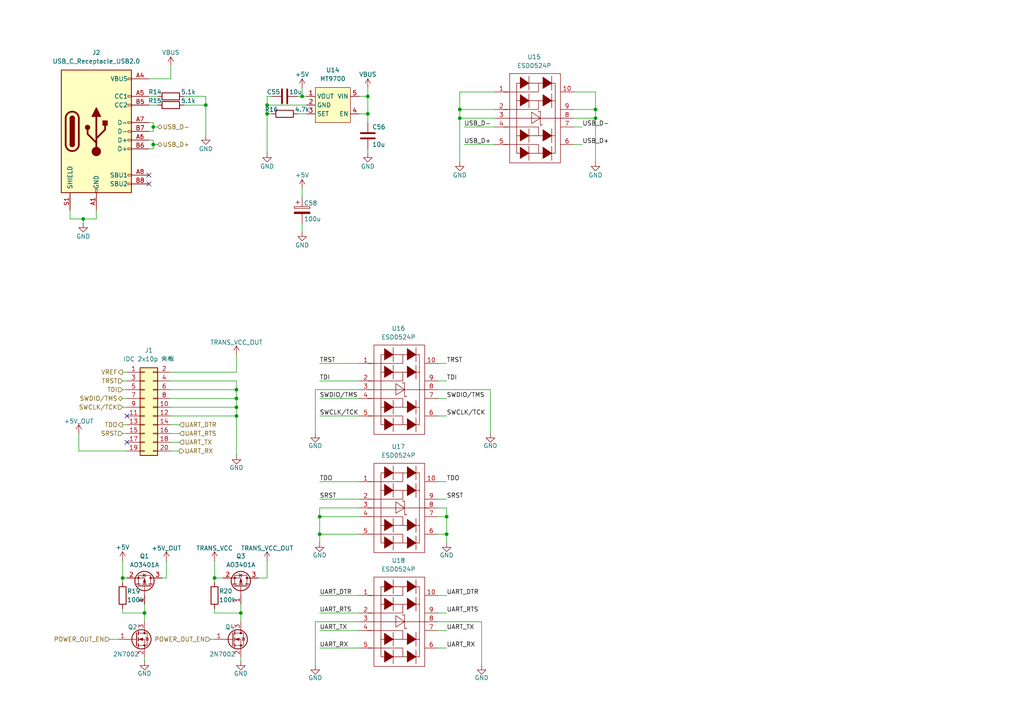
<source format=kicad_sch>
(kicad_sch (version 20231120) (generator "eeschema") (generator_version "8.0")
  (paper "A4")
  (lib_symbols
    (symbol "Connector:USB_C_Receptacle_USB2.0" (pin_names (offset 1.016))
      (property "Reference" "J" (at -10.16 19.05 0))
      (property "Value" "USB_C_Receptacle_USB2.0" (at 19.05 19.05 0))
      (symbol "USB_C_Receptacle_USB2.0_0_0"
        (rectangle (start -0.254 -17.78) (end 0.254 -16.764))
        (rectangle (start 10.16 -14.986) (end 9.144 -15.494))
        (rectangle (start 10.16 -12.446) (end 9.144 -12.954))
        (rectangle (start 10.16 -4.826) (end 9.144 -5.334))
        (rectangle (start 10.16 -2.286) (end 9.144 -2.794))
        (rectangle (start 10.16 0.254) (end 9.144 -0.254))
        (rectangle (start 10.16 2.794) (end 9.144 2.286))
        (rectangle (start 10.16 7.874) (end 9.144 7.366))
        (rectangle (start 10.16 10.414) (end 9.144 9.906))
        (rectangle (start 10.16 15.494) (end 9.144 14.986))
      )
      (symbol "USB_C_Receptacle_USB2.0_0_1"
        (rectangle (start -10.16 17.78) (end 10.16 -17.78) (stroke (width 0.254)) (fill (type background)))
        (arc (start -8.89 -3.81) (mid -6.985 -5.7067) (end -5.08 -3.81) (stroke (width 0.508)))
        (arc (start -7.62 -3.81) (mid -6.985 -4.4423) (end -6.35 -3.81) (stroke (width 0.254)))
        (arc (start -7.62 -3.81) (mid -6.985 -4.4423) (end -6.35 -3.81) (stroke (width 0.254)) (fill (type outline)))
        (rectangle (start -7.62 -3.81) (end -6.35 3.81) (stroke (width 0.254)) (fill (type outline)))
        (arc (start -6.35 3.81) (mid -6.985 4.4423) (end -7.62 3.81) (stroke (width 0.254)))
        (arc (start -6.35 3.81) (mid -6.985 4.4423) (end -7.62 3.81) (stroke (width 0.254)) (fill (type outline)))
        (arc (start -5.08 3.81) (mid -6.985 5.7067) (end -8.89 3.81) (stroke (width 0.508)))
        (circle (center -2.54 1.143) (radius 0.635) (stroke (width 0.254)) (fill (type outline)))
        (circle (center 0 -5.842) (radius 1.27) (fill (type outline)))
        (polyline (pts (xy -8.89 -3.81) (xy -8.89 3.81)) (stroke (width 0.508)))
        (polyline (pts (xy -5.08 3.81) (xy -5.08 -3.81)) (stroke (width 0.508)))
        (polyline (pts (xy 0 -5.842) (xy 0 4.318)) (stroke (width 0.508)))
        (polyline (pts (xy 0 -3.302) (xy -2.54 -0.762) (xy -2.54 0.508)) (stroke (width 0.508)))
        (polyline (pts (xy 0 -2.032) (xy 2.54 0.508) (xy 2.54 1.778)) (stroke (width 0.508)))
        (polyline (pts (xy -1.27 4.318) (xy 0 6.858) (xy 1.27 4.318) (xy -1.27 4.318)) (stroke (width 0.254)) (fill (type outline)))
        (rectangle (start 1.905 1.778) (end 3.175 3.048) (stroke (width 0.254)) (fill (type outline)))
      )
      (symbol "USB_C_Receptacle_USB2.0_1_1"
        (pin passive line (at 0 -22.86 90) (length 5.08) (name "GND") (number "A1"))
        (pin passive line (at 0 -22.86 90) (length 5.08) hide (name "GND") (number "A12"))
        (pin passive line (at 15.24 15.24 180) (length 5.08) (name "VBUS") (number "A4"))
        (pin bidirectional line (at 15.24 10.16 180) (length 5.08) (name "CC1") (number "A5"))
        (pin bidirectional line (at 15.24 -2.54 180) (length 5.08) (name "D+") (number "A6"))
        (pin bidirectional line (at 15.24 2.54 180) (length 5.08) (name "D-") (number "A7"))
        (pin bidirectional line (at 15.24 -12.7 180) (length 5.08) (name "SBU1") (number "A8"))
        (pin passive line (at 15.24 15.24 180) (length 5.08) hide (name "VBUS") (number "A9"))
        (pin passive line (at 0 -22.86 90) (length 5.08) hide (name "GND") (number "B1"))
        (pin passive line (at 0 -22.86 90) (length 5.08) hide (name "GND") (number "B12"))
        (pin passive line (at 15.24 15.24 180) (length 5.08) hide (name "VBUS") (number "B4"))
        (pin bidirectional line (at 15.24 7.62 180) (length 5.08) (name "CC2") (number "B5"))
        (pin bidirectional line (at 15.24 -5.08 180) (length 5.08) (name "D+") (number "B6"))
        (pin bidirectional line (at 15.24 0 180) (length 5.08) (name "D-") (number "B7"))
        (pin bidirectional line (at 15.24 -15.24 180) (length 5.08) (name "SBU2") (number "B8"))
        (pin passive line (at 15.24 15.24 180) (length 5.08) hide (name "VBUS") (number "B9"))
        (pin passive line (at -7.62 -22.86 90) (length 5.08) (name "SHIELD") (number "S1"))
      )
    )
    (symbol "Connector_Generic:Conn_02x10_Odd_Even" (pin_names (offset 1.016) hide)
      (property "Reference" "J" (at 1.27 12.7 0))
      (property "Value" "Conn_02x10_Odd_Even" (at 1.27 -15.24 0))
      (symbol "Conn_02x10_Odd_Even_1_1"
        (rectangle (start -1.27 -12.573) (end 0 -12.827) (stroke (width 0.1524)))
        (rectangle (start -1.27 -10.033) (end 0 -10.287) (stroke (width 0.1524)))
        (rectangle (start -1.27 -7.493) (end 0 -7.747) (stroke (width 0.1524)))
        (rectangle (start -1.27 -4.953) (end 0 -5.207) (stroke (width 0.1524)))
        (rectangle (start -1.27 -2.413) (end 0 -2.667) (stroke (width 0.1524)))
        (rectangle (start -1.27 0.127) (end 0 -0.127) (stroke (width 0.1524)))
        (rectangle (start -1.27 2.667) (end 0 2.413) (stroke (width 0.1524)))
        (rectangle (start -1.27 5.207) (end 0 4.953) (stroke (width 0.1524)))
        (rectangle (start -1.27 7.747) (end 0 7.493) (stroke (width 0.1524)))
        (rectangle (start -1.27 10.287) (end 0 10.033) (stroke (width 0.1524)))
        (rectangle (start -1.27 11.43) (end 3.81 -13.97) (stroke (width 0.254)) (fill (type background)))
        (rectangle (start 3.81 -12.573) (end 2.54 -12.827) (stroke (width 0.1524)))
        (rectangle (start 3.81 -10.033) (end 2.54 -10.287) (stroke (width 0.1524)))
        (rectangle (start 3.81 -7.493) (end 2.54 -7.747) (stroke (width 0.1524)))
        (rectangle (start 3.81 -4.953) (end 2.54 -5.207) (stroke (width 0.1524)))
        (rectangle (start 3.81 -2.413) (end 2.54 -2.667) (stroke (width 0.1524)))
        (rectangle (start 3.81 0.127) (end 2.54 -0.127) (stroke (width 0.1524)))
        (rectangle (start 3.81 2.667) (end 2.54 2.413) (stroke (width 0.1524)))
        (rectangle (start 3.81 5.207) (end 2.54 4.953) (stroke (width 0.1524)))
        (rectangle (start 3.81 7.747) (end 2.54 7.493) (stroke (width 0.1524)))
        (rectangle (start 3.81 10.287) (end 2.54 10.033) (stroke (width 0.1524)))
        (pin passive line (at -5.08 10.16 0) (length 3.81) (name "Pin_1") (number "1"))
        (pin passive line (at 7.62 0 180) (length 3.81) (name "Pin_10") (number "10"))
        (pin passive line (at -5.08 -2.54 0) (length 3.81) (name "Pin_11") (number "11"))
        (pin passive line (at 7.62 -2.54 180) (length 3.81) (name "Pin_12") (number "12"))
        (pin passive line (at -5.08 -5.08 0) (length 3.81) (name "Pin_13") (number "13"))
        (pin passive line (at 7.62 -5.08 180) (length 3.81) (name "Pin_14") (number "14"))
        (pin passive line (at -5.08 -7.62 0) (length 3.81) (name "Pin_15") (number "15"))
        (pin passive line (at 7.62 -7.62 180) (length 3.81) (name "Pin_16") (number "16"))
        (pin passive line (at -5.08 -10.16 0) (length 3.81) (name "Pin_17") (number "17"))
        (pin passive line (at 7.62 -10.16 180) (length 3.81) (name "Pin_18") (number "18"))
        (pin passive line (at -5.08 -12.7 0) (length 3.81) (name "Pin_19") (number "19"))
        (pin passive line (at 7.62 10.16 180) (length 3.81) (name "Pin_2") (number "2"))
        (pin passive line (at 7.62 -12.7 180) (length 3.81) (name "Pin_20") (number "20"))
        (pin passive line (at -5.08 7.62 0) (length 3.81) (name "Pin_3") (number "3"))
        (pin passive line (at 7.62 7.62 180) (length 3.81) (name "Pin_4") (number "4"))
        (pin passive line (at -5.08 5.08 0) (length 3.81) (name "Pin_5") (number "5"))
        (pin passive line (at 7.62 5.08 180) (length 3.81) (name "Pin_6") (number "6"))
        (pin passive line (at -5.08 2.54 0) (length 3.81) (name "Pin_7") (number "7"))
        (pin passive line (at 7.62 2.54 180) (length 3.81) (name "Pin_8") (number "8"))
        (pin passive line (at -5.08 0 0) (length 3.81) (name "Pin_9") (number "9"))
      )
    )
    (symbol "Device:C" (pin_numbers hide) (pin_names (offset 0.254))
      (property "Reference" "C" (at 0.635 2.54 0))
      (property "Value" "C" (at 0.635 -2.54 0))
      (symbol "C_0_1"
        (polyline (pts (xy -2.032 -0.762) (xy 2.032 -0.762)) (stroke (width 0.508)))
        (polyline (pts (xy -2.032 0.762) (xy 2.032 0.762)) (stroke (width 0.508)))
      )
      (symbol "C_1_1"
        (pin passive line (at 0 3.81 270) (length 2.794) (name "~") (number "1"))
        (pin passive line (at 0 -3.81 90) (length 2.794) (name "~") (number "2"))
      )
    )
    (symbol "Device:C_Polarized" (pin_numbers hide) (pin_names (offset 0.254))
      (property "Reference" "C" (at 0.635 2.54 0))
      (property "Value" "C_Polarized" (at 0.635 -2.54 0))
      (symbol "C_Polarized_0_1"
        (rectangle (start -2.286 0.508) (end 2.286 1.016))
        (polyline (pts (xy -1.778 2.286) (xy -0.762 2.286)))
        (polyline (pts (xy -1.27 2.794) (xy -1.27 1.778)))
        (rectangle (start 2.286 -0.508) (end -2.286 -1.016) (fill (type outline)))
      )
      (symbol "C_Polarized_1_1"
        (pin passive line (at 0 3.81 270) (length 2.794) (name "~") (number "1"))
        (pin passive line (at 0 -3.81 90) (length 2.794) (name "~") (number "2"))
      )
    )
    (symbol "Device:R" (pin_numbers hide) (pin_names (offset 0))
      (property "Reference" "R" (at 2.032 0 90))
      (property "Value" "R" (at 0 0 90))
      (symbol "R_0_1"
        (rectangle (start -1.016 -2.54) (end 1.016 2.54) (stroke (width 0.254)))
      )
      (symbol "R_1_1"
        (pin passive line (at 0 3.81 270) (length 1.27) (name "~") (number "1"))
        (pin passive line (at 0 -3.81 90) (length 1.27) (name "~") (number "2"))
      )
    )
    (symbol "ESD-TVS:ESD0524P" (pin_names (offset 1.016) hide)
      (property "Reference" "U" (at 0 15.494 0))
      (property "Value" "ESD0524P" (at 0 20.574 0))
      (symbol "ESD0524P_1_1"
        (rectangle (start -8.382 12.954) (end 6.35 -12.954) (stroke (width 0.1524)))
        (polyline (pts (xy -10.16 0) (xy 7.62 0)) (stroke (width 0.1524)))
        (polyline (pts (xy -6.35 -5.08) (xy 4.826 -5.08)) (stroke (width 0.1524)))
        (polyline (pts (xy -6.35 5.08) (xy 4.826 5.08)) (stroke (width 0.1524)))
        (polyline (pts (xy -2.794 -8.128) (xy -2.794 -12.192)) (stroke (width 0.1524)))
        (polyline (pts (xy -2.794 -3.048) (xy -2.794 -7.112)) (stroke (width 0.1524)))
        (polyline (pts (xy -2.794 7.112) (xy -2.794 3.048)) (stroke (width 0.1524)))
        (polyline (pts (xy -2.794 12.192) (xy -2.794 8.128)) (stroke (width 0.1524)))
        (polyline (pts (xy 3.81 -8.128) (xy 3.81 -12.192)) (stroke (width 0.1524)))
        (polyline (pts (xy 3.81 -3.048) (xy 3.81 -7.112)) (stroke (width 0.1524)))
        (polyline (pts (xy 3.81 7.112) (xy 3.81 3.048)) (stroke (width 0.1524)))
        (polyline (pts (xy 3.81 12.192) (xy 3.81 8.128)) (stroke (width 0.1524)))
        (polyline (pts (xy 0 -10.16) (xy 0 -7.62) (xy -10.16 -7.62)) (stroke (width 0.1524)))
        (polyline (pts (xy 0 -5.08) (xy 0 -2.54) (xy -10.16 -2.54)) (stroke (width 0.1524)))
        (polyline (pts (xy 0 5.08) (xy 0 2.54) (xy -10.16 2.54)) (stroke (width 0.1524)))
        (polyline (pts (xy 0 10.16) (xy 0 7.62) (xy -10.16 7.62)) (stroke (width 0.1524)))
        (polyline (pts (xy -5.334 -11.684) (xy -2.794 -10.16) (xy -5.334 -8.382) (xy -5.334 -11.684)) (stroke (width 0.1524)) (fill (type outline)))
        (polyline (pts (xy -5.334 -6.604) (xy -2.794 -5.08) (xy -5.334 -3.302) (xy -5.334 -6.604)) (stroke (width 0.1524)) (fill (type outline)))
        (polyline (pts (xy -5.334 3.556) (xy -2.794 5.08) (xy -5.334 6.858) (xy -5.334 3.556)) (stroke (width 0.1524)) (fill (type outline)))
        (polyline (pts (xy -5.334 8.636) (xy -2.794 10.16) (xy -5.334 11.938) (xy -5.334 8.636)) (stroke (width 0.1524)) (fill (type outline)))
        (polyline (pts (xy -5.334 10.16) (xy -6.35 10.16) (xy -6.35 -10.16) (xy -5.334 -10.16)) (stroke (width 0.1524)))
        (polyline (pts (xy -3.048 10.16) (xy 4.826 10.16) (xy 4.826 -10.16) (xy -2.794 -10.16)) (stroke (width 0.1524)))
        (polyline (pts (xy -2.032 -1.524) (xy 0.508 0) (xy -2.032 1.778) (xy -2.032 -1.524)) (stroke (width 0.1524)))
        (polyline (pts (xy 1.27 -11.684) (xy 3.81 -10.16) (xy 1.27 -8.382) (xy 1.27 -11.684)) (stroke (width 0.1524)) (fill (type outline)))
        (polyline (pts (xy 1.27 -6.604) (xy 3.81 -5.08) (xy 1.27 -3.302) (xy 1.27 -6.604)) (stroke (width 0.1524)) (fill (type outline)))
        (polyline (pts (xy 1.27 3.556) (xy 3.81 5.08) (xy 1.27 6.858) (xy 1.27 3.556)) (stroke (width 0.1524)) (fill (type outline)))
        (polyline (pts (xy 1.27 8.636) (xy 3.81 10.16) (xy 1.27 11.938) (xy 1.27 8.636)) (stroke (width 0.1524)) (fill (type outline)))
        (polyline (pts (xy 1.016 -1.778) (xy 1.016 -2.032) (xy 0.508 -2.032) (xy 0.508 2.032) (xy 0 2.032) (xy 0 1.778)) (stroke (width 0.1524)))
        (pin passive line (at -12.7 7.62 0) (length 3.81) (name "1") (number "1"))
        (pin passive line (at 10.16 7.62 180) (length 3.81) (name "10") (number "10"))
        (pin passive line (at -12.7 2.54 0) (length 3.81) (name "2") (number "2"))
        (pin passive line (at -12.7 0 0) (length 3.81) (name "3") (number "3"))
        (pin passive line (at -12.7 -2.54 0) (length 3.81) (name "4") (number "4"))
        (pin passive line (at -12.7 -7.62 0) (length 3.81) (name "5") (number "5"))
        (pin passive line (at 10.16 -7.62 180) (length 3.81) (name "6") (number "6"))
        (pin passive line (at 10.16 -2.54 180) (length 3.81) (name "7") (number "7"))
        (pin passive line (at 10.16 0 180) (length 3.81) (name "8") (number "8"))
        (pin passive line (at 10.16 2.54 180) (length 3.81) (name "9") (number "9"))
      )
    )
    (symbol "Load Switch:MT9700"
      (property "Reference" "U" (at 2.54 8.89 0))
      (property "Value" "MT9700" (at 0 0 0))
      (symbol "MT9700_1_1"
        (rectangle (start -1.27 5.08) (end 8.89 -5.08) (fill (type background)))
        (pin bidirectional line (at -3.81 2.54 0) (length 2.54) (name "VOUT") (number "1"))
        (pin power_in line (at -3.81 0 0) (length 2.54) (name "GND") (number "2"))
        (pin bidirectional line (at -3.81 -2.54 0) (length 2.54) (name "SET") (number "3"))
        (pin bidirectional line (at 11.43 -2.54 180) (length 2.54) (name "EN") (number "4"))
        (pin power_in line (at 11.43 2.54 180) (length 2.54) (name "VIN") (number "5"))
      )
    )
    (symbol "Transistor_FET:2N7002" (pin_names hide)
      (property "Reference" "Q" (at 5.08 1.905 0))
      (property "Value" "2N7002" (at 5.08 0 0))
      (symbol "2N7002_0_1"
        (polyline (pts (xy 0.254 0) (xy -2.54 0)))
        (polyline (pts (xy 0.254 1.905) (xy 0.254 -1.905)) (stroke (width 0.254)))
        (polyline (pts (xy 0.762 -1.27) (xy 0.762 -2.286)) (stroke (width 0.254)))
        (polyline (pts (xy 0.762 0.508) (xy 0.762 -0.508)) (stroke (width 0.254)))
        (polyline (pts (xy 0.762 2.286) (xy 0.762 1.27)) (stroke (width 0.254)))
        (polyline (pts (xy 2.54 2.54) (xy 2.54 1.778)))
        (polyline (pts (xy 2.54 -2.54) (xy 2.54 0) (xy 0.762 0)))
        (polyline (pts (xy 0.762 -1.778) (xy 3.302 -1.778) (xy 3.302 1.778) (xy 0.762 1.778)))
        (polyline (pts (xy 1.016 0) (xy 2.032 0.381) (xy 2.032 -0.381) (xy 1.016 0)) (fill (type outline)))
        (polyline (pts (xy 2.794 0.508) (xy 2.921 0.381) (xy 3.683 0.381) (xy 3.81 0.254)))
        (polyline (pts (xy 3.302 0.381) (xy 2.921 -0.254) (xy 3.683 -0.254) (xy 3.302 0.381)))
        (circle (center 1.651 0) (radius 2.794) (stroke (width 0.254)))
        (circle (center 2.54 -1.778) (radius 0.254) (fill (type outline)))
        (circle (center 2.54 1.778) (radius 0.254) (fill (type outline)))
      )
      (symbol "2N7002_1_1"
        (pin input line (at -5.08 0 0) (length 2.54) (name "G") (number "1"))
        (pin passive line (at 2.54 -5.08 90) (length 2.54) (name "S") (number "2"))
        (pin passive line (at 2.54 5.08 270) (length 2.54) (name "D") (number "3"))
      )
    )
    (symbol "Transistor_FET:AO3401A" (pin_names hide)
      (property "Reference" "Q" (at 5.08 1.905 0))
      (property "Value" "AO3401A" (at 5.08 0 0))
      (symbol "AO3401A_0_1"
        (polyline (pts (xy 0.254 0) (xy -2.54 0)))
        (polyline (pts (xy 0.254 1.905) (xy 0.254 -1.905)) (stroke (width 0.254)))
        (polyline (pts (xy 0.762 -1.27) (xy 0.762 -2.286)) (stroke (width 0.254)))
        (polyline (pts (xy 0.762 0.508) (xy 0.762 -0.508)) (stroke (width 0.254)))
        (polyline (pts (xy 0.762 2.286) (xy 0.762 1.27)) (stroke (width 0.254)))
        (polyline (pts (xy 2.54 2.54) (xy 2.54 1.778)))
        (polyline (pts (xy 2.54 -2.54) (xy 2.54 0) (xy 0.762 0)))
        (polyline (pts (xy 0.762 1.778) (xy 3.302 1.778) (xy 3.302 -1.778) (xy 0.762 -1.778)))
        (polyline (pts (xy 2.286 0) (xy 1.27 0.381) (xy 1.27 -0.381) (xy 2.286 0)) (fill (type outline)))
        (polyline (pts (xy 2.794 -0.508) (xy 2.921 -0.381) (xy 3.683 -0.381) (xy 3.81 -0.254)))
        (polyline (pts (xy 3.302 -0.381) (xy 2.921 0.254) (xy 3.683 0.254) (xy 3.302 -0.381)))
        (circle (center 1.651 0) (radius 2.794) (stroke (width 0.254)))
        (circle (center 2.54 -1.778) (radius 0.254) (fill (type outline)))
        (circle (center 2.54 1.778) (radius 0.254) (fill (type outline)))
      )
      (symbol "AO3401A_1_1"
        (pin input line (at -5.08 0 0) (length 2.54) (name "G") (number "1"))
        (pin passive line (at 2.54 -5.08 90) (length 2.54) (name "S") (number "2"))
        (pin passive line (at 2.54 5.08 270) (length 2.54) (name "D") (number "3"))
      )
    )
    (symbol "power:+5V" (power) (pin_numbers hide) (pin_names (offset 0) hide)
      (property "Value" "+5V" (at 0 3.556 0))
      (symbol "+5V_0_1"
        (polyline (pts (xy -0.762 1.27) (xy 0 2.54)))
        (polyline (pts (xy 0 0) (xy 0 2.54)))
        (polyline (pts (xy 0 2.54) (xy 0.762 1.27)))
      )
      (symbol "+5V_1_1"
        (pin power_in line (at 0 0 90) (length 0) (name "~") (number "1"))
      )
    )
    (symbol "power:+5VA" (power) (pin_numbers hide) (pin_names (offset 0) hide)
      (property "Value" "+5VA" (at 0 3.556 0))
      (symbol "+5VA_0_1"
        (polyline (pts (xy -0.762 1.27) (xy 0 2.54)))
        (polyline (pts (xy 0 0) (xy 0 2.54)))
        (polyline (pts (xy 0 2.54) (xy 0.762 1.27)))
      )
      (symbol "+5VA_1_1"
        (pin power_in line (at 0 0 90) (length 0) (name "~") (number "1"))
      )
    )
    (symbol "power:GND" (power) (pin_numbers hide) (pin_names (offset 0) hide)
      (property "Value" "GND" (at 0 -3.81 0))
      (symbol "GND_0_1"
        (polyline (pts (xy 0 0) (xy 0 -1.27) (xy 1.27 -1.27) (xy 0 -2.54) (xy -1.27 -1.27) (xy 0 -1.27)))
      )
      (symbol "GND_1_1"
        (pin power_in line (at 0 0 270) (length 0) (name "~") (number "1"))
      )
    )
    (symbol "power:VBUS" (power) (pin_names (offset 0))
      (property "Value" "VBUS" (at 0 3.81 0))
      (symbol "VBUS_0_1"
        (polyline (pts (xy -0.762 1.27) (xy 0 2.54)))
        (polyline (pts (xy 0 0) (xy 0 2.54)))
        (polyline (pts (xy 0 2.54) (xy 0.762 1.27)))
      )
      (symbol "VBUS_1_1"
        (pin power_in line (at 0 0 90) (length 0) hide (name "VBUS") (number "1"))
      )
    )
    (symbol "power:VCC" (power) (pin_numbers hide) (pin_names (offset 0) hide)
      (property "Value" "VCC" (at 0 3.556 0))
      (symbol "VCC_0_1"
        (polyline (pts (xy -0.762 1.27) (xy 0 2.54)))
        (polyline (pts (xy 0 0) (xy 0 2.54)))
        (polyline (pts (xy 0 2.54) (xy 0.762 1.27)))
      )
      (symbol "VCC_1_1"
        (pin power_in line (at 0 0 90) (length 0) (name "~") (number "1"))
      )
    )
  )
  (junction (at 68.58 118.11))
  (junction (at 77.47 30.48))
  (junction (at 129.54 154.94))
  (junction (at 69.85 177.8))
  (junction (at 35.56 167.64))
  (junction (at 92.71 154.94))
  (junction (at 129.54 149.86))
  (junction (at 24.13 63.5))
  (junction (at 77.47 33.02))
  (junction (at 92.71 149.86))
  (junction (at 62.23 167.64))
  (junction (at 106.68 33.02))
  (junction (at 59.69 30.48))
  (junction (at 68.58 113.03))
  (junction (at 68.58 115.57))
  (junction (at 172.72 31.75))
  (junction (at 106.68 27.94))
  (junction (at 133.35 31.75))
  (junction (at 44.45 36.83))
  (junction (at 172.72 34.29))
  (junction (at 41.91 177.8))
  (junction (at 44.45 41.91))
  (junction (at 87.63 27.94))
  (junction (at 68.58 120.65))
  (junction (at 133.35 34.29))
  (no_connect (at 43.18 53.34))
  (no_connect (at 43.18 50.8))
  (no_connect (at 36.83 128.27))
  (no_connect (at 36.83 120.65))
  (wire (pts (xy 92.71 110.49) (xy 104.14 110.49)))
  (wire (pts (xy 88.9 27.94) (xy 87.63 27.94)))
  (wire (pts (xy 104.14 180.34) (xy 91.44 180.34)))
  (wire (pts (xy 35.56 167.64) (xy 35.56 168.91)))
  (wire (pts (xy 35.56 125.73) (xy 36.83 125.73)))
  (wire (pts (xy 20.32 63.5) (xy 24.13 63.5)))
  (wire (pts (xy 41.91 177.8) (xy 41.91 180.34)))
  (wire (pts (xy 31.75 185.42) (xy 34.29 185.42)))
  (wire (pts (xy 106.68 43.18) (xy 106.68 44.45)))
  (wire (pts (xy 92.71 182.88) (xy 104.14 182.88)))
  (wire (pts (xy 62.23 177.8) (xy 69.85 177.8)))
  (wire (pts (xy 60.96 185.42) (xy 62.23 185.42)))
  (wire (pts (xy 133.35 26.67) (xy 143.51 26.67)))
  (wire (pts (xy 49.53 115.57) (xy 68.58 115.57)))
  (wire (pts (xy 49.53 19.05) (xy 49.53 22.86)))
  (wire (pts (xy 106.68 33.02) (xy 106.68 27.94)))
  (wire (pts (xy 49.53 113.03) (xy 68.58 113.03)))
  (wire (pts (xy 92.71 154.94) (xy 92.71 157.48)))
  (wire (pts (xy 41.91 175.26) (xy 41.91 177.8)))
  (wire (pts (xy 92.71 187.96) (xy 104.14 187.96)))
  (wire (pts (xy 133.35 31.75) (xy 143.51 31.75)))
  (wire (pts (xy 129.54 182.88) (xy 127 182.88)))
  (wire (pts (xy 172.72 31.75) (xy 172.72 34.29)))
  (wire (pts (xy 134.62 41.91) (xy 143.51 41.91)))
  (wire (pts (xy 77.47 27.94) (xy 77.47 30.48)))
  (wire (pts (xy 91.44 113.03) (xy 91.44 125.73)))
  (wire (pts (xy 44.45 43.18) (xy 43.18 43.18)))
  (wire (pts (xy 142.24 113.03) (xy 142.24 125.73)))
  (wire (pts (xy 53.34 30.48) (xy 59.69 30.48)))
  (wire (pts (xy 129.54 105.41) (xy 127 105.41)))
  (wire (pts (xy 68.58 113.03) (xy 68.58 115.57)))
  (wire (pts (xy 49.53 123.19) (xy 52.07 123.19)))
  (wire (pts (xy 86.36 33.02) (xy 88.9 33.02)))
  (wire (pts (xy 77.47 33.02) (xy 77.47 44.45)))
  (wire (pts (xy 92.71 149.86) (xy 92.71 154.94)))
  (wire (pts (xy 35.56 110.49) (xy 36.83 110.49)))
  (wire (pts (xy 87.63 64.77) (xy 87.63 67.31)))
  (wire (pts (xy 62.23 167.64) (xy 62.23 168.91)))
  (wire (pts (xy 69.85 190.5) (xy 69.85 191.77)))
  (wire (pts (xy 92.71 120.65) (xy 104.14 120.65)))
  (wire (pts (xy 68.58 102.87) (xy 68.58 107.95)))
  (wire (pts (xy 59.69 27.94) (xy 59.69 30.48)))
  (wire (pts (xy 91.44 180.34) (xy 91.44 193.04)))
  (wire (pts (xy 129.54 154.94) (xy 129.54 157.48)))
  (wire (pts (xy 166.37 34.29) (xy 172.72 34.29)))
  (wire (pts (xy 48.26 162.56) (xy 48.26 167.64)))
  (wire (pts (xy 69.85 177.8) (xy 69.85 180.34)))
  (wire (pts (xy 172.72 26.67) (xy 172.72 31.75)))
  (wire (pts (xy 127 113.03) (xy 142.24 113.03)))
  (wire (pts (xy 104.14 147.32) (xy 92.71 147.32)))
  (wire (pts (xy 127 147.32) (xy 129.54 147.32)))
  (wire (pts (xy 44.45 41.91) (xy 45.72 41.91)))
  (wire (pts (xy 104.14 154.94) (xy 92.71 154.94)))
  (wire (pts (xy 166.37 31.75) (xy 172.72 31.75)))
  (wire (pts (xy 92.71 172.72) (xy 104.14 172.72)))
  (wire (pts (xy 35.56 177.8) (xy 41.91 177.8)))
  (wire (pts (xy 77.47 162.56) (xy 77.47 167.64)))
  (wire (pts (xy 106.68 25.4) (xy 106.68 27.94)))
  (wire (pts (xy 46.99 167.64) (xy 48.26 167.64)))
  (wire (pts (xy 129.54 110.49) (xy 127 110.49)))
  (wire (pts (xy 49.53 118.11) (xy 68.58 118.11)))
  (wire (pts (xy 127 149.86) (xy 129.54 149.86)))
  (wire (pts (xy 92.71 144.78) (xy 104.14 144.78)))
  (wire (pts (xy 104.14 33.02) (xy 106.68 33.02)))
  (wire (pts (xy 49.53 125.73) (xy 52.07 125.73)))
  (wire (pts (xy 166.37 26.67) (xy 172.72 26.67)))
  (wire (pts (xy 129.54 115.57) (xy 127 115.57)))
  (wire (pts (xy 49.53 120.65) (xy 68.58 120.65)))
  (wire (pts (xy 44.45 36.83) (xy 45.72 36.83)))
  (wire (pts (xy 53.34 27.94) (xy 59.69 27.94)))
  (wire (pts (xy 35.56 123.19) (xy 36.83 123.19)))
  (wire (pts (xy 43.18 27.94) (xy 45.72 27.94)))
  (wire (pts (xy 92.71 105.41) (xy 104.14 105.41)))
  (wire (pts (xy 68.58 107.95) (xy 49.53 107.95)))
  (wire (pts (xy 133.35 26.67) (xy 133.35 31.75)))
  (wire (pts (xy 22.86 125.73) (xy 22.86 130.81)))
  (wire (pts (xy 35.56 113.03) (xy 36.83 113.03)))
  (wire (pts (xy 129.54 144.78) (xy 127 144.78)))
  (wire (pts (xy 129.54 120.65) (xy 127 120.65)))
  (wire (pts (xy 24.13 63.5) (xy 27.94 63.5)))
  (wire (pts (xy 172.72 34.29) (xy 172.72 46.99)))
  (wire (pts (xy 35.56 162.56) (xy 35.56 167.64)))
  (wire (pts (xy 78.74 27.94) (xy 77.47 27.94)))
  (wire (pts (xy 92.71 139.7) (xy 104.14 139.7)))
  (wire (pts (xy 35.56 107.95) (xy 36.83 107.95)))
  (wire (pts (xy 68.58 120.65) (xy 68.58 132.08)))
  (wire (pts (xy 133.35 31.75) (xy 133.35 34.29)))
  (wire (pts (xy 49.53 128.27) (xy 52.07 128.27)))
  (wire (pts (xy 133.35 34.29) (xy 133.35 46.99)))
  (wire (pts (xy 68.58 118.11) (xy 68.58 120.65)))
  (wire (pts (xy 127 180.34) (xy 139.7 180.34)))
  (wire (pts (xy 27.94 63.5) (xy 27.94 60.96)))
  (wire (pts (xy 35.56 115.57) (xy 36.83 115.57)))
  (wire (pts (xy 166.37 36.83) (xy 168.91 36.83)))
  (wire (pts (xy 127 154.94) (xy 129.54 154.94)))
  (wire (pts (xy 129.54 177.8) (xy 127 177.8)))
  (wire (pts (xy 104.14 113.03) (xy 91.44 113.03)))
  (wire (pts (xy 87.63 54.61) (xy 87.63 57.15)))
  (wire (pts (xy 106.68 33.02) (xy 106.68 35.56)))
  (wire (pts (xy 49.53 130.81) (xy 52.07 130.81)))
  (wire (pts (xy 139.7 180.34) (xy 139.7 193.04)))
  (wire (pts (xy 35.56 118.11) (xy 36.83 118.11)))
  (wire (pts (xy 129.54 147.32) (xy 129.54 149.86)))
  (wire (pts (xy 62.23 162.56) (xy 62.23 167.64)))
  (wire (pts (xy 92.71 147.32) (xy 92.71 149.86)))
  (wire (pts (xy 62.23 167.64) (xy 64.77 167.64)))
  (wire (pts (xy 106.68 27.94) (xy 104.14 27.94)))
  (wire (pts (xy 69.85 175.26) (xy 69.85 177.8)))
  (wire (pts (xy 77.47 33.02) (xy 78.74 33.02)))
  (wire (pts (xy 129.54 187.96) (xy 127 187.96)))
  (wire (pts (xy 20.32 60.96) (xy 20.32 63.5)))
  (wire (pts (xy 24.13 63.5) (xy 24.13 64.77)))
  (wire (pts (xy 129.54 172.72) (xy 127 172.72)))
  (wire (pts (xy 68.58 115.57) (xy 68.58 118.11)))
  (wire (pts (xy 133.35 34.29) (xy 143.51 34.29)))
  (wire (pts (xy 68.58 110.49) (xy 68.58 113.03)))
  (wire (pts (xy 43.18 35.56) (xy 44.45 35.56)))
  (wire (pts (xy 77.47 167.64) (xy 74.93 167.64)))
  (wire (pts (xy 44.45 38.1) (xy 43.18 38.1)))
  (wire (pts (xy 44.45 35.56) (xy 44.45 36.83)))
  (wire (pts (xy 22.86 130.81) (xy 36.83 130.81)))
  (wire (pts (xy 44.45 36.83) (xy 44.45 38.1)))
  (wire (pts (xy 35.56 176.53) (xy 35.56 177.8)))
  (wire (pts (xy 88.9 30.48) (xy 77.47 30.48)))
  (wire (pts (xy 59.69 30.48) (xy 59.69 39.37)))
  (wire (pts (xy 87.63 25.4) (xy 87.63 27.94)))
  (wire (pts (xy 49.53 110.49) (xy 68.58 110.49)))
  (wire (pts (xy 134.62 36.83) (xy 143.51 36.83)))
  (wire (pts (xy 43.18 30.48) (xy 45.72 30.48)))
  (wire (pts (xy 87.63 27.94) (xy 86.36 27.94)))
  (wire (pts (xy 92.71 177.8) (xy 104.14 177.8)))
  (wire (pts (xy 92.71 115.57) (xy 104.14 115.57)))
  (wire (pts (xy 77.47 30.48) (xy 77.47 33.02)))
  (wire (pts (xy 129.54 149.86) (xy 129.54 154.94)))
  (wire (pts (xy 129.54 139.7) (xy 127 139.7)))
  (wire (pts (xy 166.37 41.91) (xy 168.91 41.91)))
  (wire (pts (xy 43.18 40.64) (xy 44.45 40.64)))
  (wire (pts (xy 44.45 41.91) (xy 44.45 43.18)))
  (wire (pts (xy 44.45 40.64) (xy 44.45 41.91)))
  (wire (pts (xy 92.71 149.86) (xy 104.14 149.86)))
  (wire (pts (xy 43.18 22.86) (xy 49.53 22.86)))
  (wire (pts (xy 62.23 176.53) (xy 62.23 177.8)))
  (wire (pts (xy 41.91 190.5) (xy 41.91 191.77)))
  (wire (pts (xy 35.56 167.64) (xy 36.83 167.64)))
  (label "UART_RTS" (at 92.71 177.8 0))
  (label "UART_RTS" (at 129.54 177.8 0))
  (label "USB_D-" (at 134.62 36.83 0))
  (label "SWCLK{slash}TCK" (at 92.71 120.65 0))
  (label "TRST" (at 92.71 105.41 0))
  (label "UART_TX" (at 129.54 182.88 0))
  (label "UART_RX" (at 92.71 187.96 0))
  (label "UART_TX" (at 92.71 182.88 0))
  (label "UART_DTR" (at 92.71 172.72 0))
  (label "UART_RX" (at 129.54 187.96 0))
  (label "UART_DTR" (at 129.54 172.72 0))
  (label "TDO" (at 129.54 139.7 0))
  (label "USB_D+" (at 134.62 41.91 0))
  (label "SWCLK{slash}TCK" (at 129.54 120.65 0))
  (label "TDI" (at 92.71 110.49 0))
  (label "" (at 35.56 113.03 0))
  (label "TDO" (at 92.71 139.7 0))
  (label "SWDIO{slash}TMS" (at 92.71 115.57 0))
  (label "USB_D+" (at 168.91 41.91 0))
  (label "TDI" (at 129.54 110.49 0))
  (label "SWDIO{slash}TMS" (at 129.54 115.57 0))
  (label "SRST" (at 129.54 144.78 0))
  (label "TRST" (at 129.54 105.41 0))
  (label "USB_D-" (at 168.91 36.83 0))
  (label "SRST" (at 92.71 144.78 0))
  (hierarchical_label "POWER_OUT_EN" (shape input) (at 60.96 185.42 180))
  (hierarchical_label "UART_RTS" (shape input) (at 52.07 125.73 0))
  (hierarchical_label "SWDIO/TMS" (shape bidirectional) (at 35.56 115.57 180))
  (hierarchical_label "POWER_OUT_EN" (shape input) (at 31.75 185.42 180))
  (hierarchical_label "USB_D-" (shape bidirectional) (at 45.72 36.83 0))
  (hierarchical_label "VREF" (shape output) (at 35.56 107.95 180))
  (hierarchical_label "TDO" (shape output) (at 35.56 123.19 180))
  (hierarchical_label "SRST" (shape input) (at 35.56 125.73 180))
  (hierarchical_label "UART_RX" (shape output) (at 52.07 130.81 0))
  (hierarchical_label "UART_TX" (shape input) (at 52.07 128.27 0))
  (hierarchical_label "UART_DTR" (shape input) (at 52.07 123.19 0))
  (hierarchical_label "TDI" (shape input) (at 35.56 113.03 180))
  (hierarchical_label "SWCLK/TCK" (shape input) (at 35.56 118.11 180))
  (hierarchical_label "USB_D+" (shape bidirectional) (at 45.72 41.91 0))
  (hierarchical_label "TRST" (shape input) (at 35.56 110.49 180))
  (symbol (lib_id "Device:R") (at 62.23 172.72 0) (unit 1)
    (property "Reference" "R20" (at 63.5 171.45 0) (effects (justify left)))
    (property "Value" "100k" (at 63.5 173.99 0) (effects (justify left)))
    (property "Footprint" "Resistor_SMD:R_0402_1005Metric" (effects (hide yes)))
    (property "Description" "Resistor" (effects (hide yes)))
  )
  (symbol (lib_id "Transistor_FET:AO3401A") (at 41.91 170.18 270) (mirror x) (unit 1)
    (property "Reference" "Q1" (at 41.91 161.29 90))
    (property "Value" "AO3401A" (at 41.91 163.83 90))
    (property "Footprint" "Package_TO_SOT_SMD:SOT-23" (effects (hide yes)))
    (property "Datasheet" "http://www.aosmd.com/pdfs/datasheet/AO3401A.pdf" (effects (hide yes)))
    (property "Description" "-4.0A Id, -30V Vds, P-Channel MOSFET, SOT-23" (effects (hide yes)))
  )
  (symbol (lib_id "power:GND") (at 91.44 193.04 0) (unit 1)
    (property "Reference" "#PWR0116" (effects (hide yes)))
    (property "Value" "GND" (at 91.44 196.596 0))
    (property "Description" "Power symbol creates a global label with name \"GND\" , ground" (effects (hide yes)))
  )
  (symbol (lib_id "power:GND") (at 129.54 157.48 0) (unit 1)
    (property "Reference" "#PWR0115" (effects (hide yes)))
    (property "Value" "GND" (at 129.54 161.036 0))
    (property "Description" "Power symbol creates a global label with name \"GND\" , ground" (effects (hide yes)))
  )
  (symbol (lib_id "power:+5V") (at 87.63 54.61 0) (unit 1)
    (property "Reference" "#PWR085" (effects (hide yes)))
    (property "Value" "+5V" (at 87.63 50.8 0))
    (property "Description" "Power symbol creates a global label with name \"+5V\"" (effects (hide yes)))
  )
  (symbol (lib_id "power:VBUS") (at 49.53 19.05 0) (unit 1)
    (property "Reference" "#PWR098" (effects (hide yes)))
    (property "Value" "VBUS" (at 49.53 15.24 0))
    (property "Description" "Power symbol creates a global label with name \"VBUS\"" (effects (hide yes)))
  )
  (symbol (lib_id "Device:R") (at 49.53 30.48 90) (unit 1)
    (property "Reference" "R15" (at 44.958 29.21 90))
    (property "Value" "5.1k" (at 54.61 29.21 90))
    (property "Footprint" "Resistor_SMD:R_0402_1005Metric" (effects (hide yes)))
    (property "Description" "Resistor" (effects (hide yes)))
  )
  (symbol (lib_id "Device:C") (at 106.68 39.37 0) (unit 1)
    (property "Reference" "C56" (at 107.95 36.83 0) (effects (justify left)))
    (property "Value" "10u" (at 107.95 41.91 0) (effects (justify left)))
    (property "Footprint" "Capacitor_SMD:C_0603_1608Metric" (effects (hide yes)))
  )
  (symbol (lib_id "power:GND") (at 142.24 125.73 0) (unit 1)
    (property "Reference" "#PWR0113" (effects (hide yes)))
    (property "Value" "GND" (at 142.24 129.286 0))
    (property "Description" "Power symbol creates a global label with name \"GND\" , ground" (effects (hide yes)))
  )
  (symbol (lib_id "power:+5VA") (at 22.86 125.73 0) (unit 1)
    (property "Reference" "#PWR088" (effects (hide yes)))
    (property "Value" "+5V_OUT" (at 22.86 122.174 0))
    (property "Description" "Power symbol creates a global label with name \"+5VA\"" (effects (hide yes)))
  )
  (symbol (lib_id "power:GND") (at 139.7 193.04 0) (unit 1)
    (property "Reference" "#PWR0117" (effects (hide yes)))
    (property "Value" "GND" (at 139.7 196.596 0))
    (property "Description" "Power symbol creates a global label with name \"GND\" , ground" (effects (hide yes)))
  )
  (symbol (lib_id "power:GND") (at 59.69 39.37 0) (unit 1)
    (property "Reference" "#PWR0101" (effects (hide yes)))
    (property "Value" "GND" (at 59.69 43.18 0))
    (property "Description" "Power symbol creates a global label with name \"GND\" , ground" (effects (hide yes)))
  )
  (symbol (lib_id "power:GND") (at 133.35 46.99 0) (unit 1)
    (property "Reference" "#PWR0104" (effects (hide yes)))
    (property "Value" "GND" (at 133.35 50.8 0))
    (property "Description" "Power symbol creates a global label with name \"GND\" , ground" (effects (hide yes)))
  )
  (symbol (lib_id "Device:C") (at 82.55 27.94 90) (unit 1)
    (property "Reference" "C55" (at 81.28 26.67 90) (effects (justify left)))
    (property "Value" "10u" (at 87.63 26.67 90) (effects (justify left)))
    (property "Footprint" "Capacitor_SMD:C_0603_1608Metric" (effects (hide yes)))
  )
  (symbol (lib_id "ESD-TVS:ESD0524P") (at 116.84 113.03 0) (unit 1)
    (property "Reference" "U16" (at 115.57 95.25 0))
    (property "Value" "ESD0524P" (at 115.57 97.79 0))
    (property "Footprint" "ESD-TVS:DFN-10_L2.5-W1.0-P0.50-BL-A" (effects (hide yes)))
    (property "SuppliersPartNumber" "C2901307" (effects (hide yes)))
  )
  (symbol (lib_id "power:GND") (at 24.13 64.77 0) (unit 1)
    (property "Reference" "#PWR0106" (effects (hide yes)))
    (property "Value" "GND" (at 24.13 68.58 0))
    (property "Description" "Power symbol creates a global label with name \"GND\" , ground" (effects (hide yes)))
  )
  (symbol (lib_id "Device:R") (at 49.53 27.94 90) (unit 1)
    (property "Reference" "R14" (at 44.958 26.67 90))
    (property "Value" "5.1k" (at 54.61 26.67 90))
    (property "Footprint" "Resistor_SMD:R_0402_1005Metric" (effects (hide yes)))
    (property "Description" "Resistor" (effects (hide yes)))
  )
  (symbol (lib_id "Device:C_Polarized") (at 87.63 60.96 0) (unit 1)
    (property "Reference" "C58" (at 88.138 58.928 0) (effects (justify left)))
    (property "Value" "100u" (at 88.138 63.5 0) (effects (justify left)))
    (property "Footprint" "Capacitor_Tantalum_SMD:CP_EIA-3528-21_Kemet-B" (effects (hide yes)))
    (property "Description" "Polarized capacitor" (effects (hide yes)))
  )
  (symbol (lib_id "ESD-TVS:ESD0524P") (at 116.84 180.34 0) (unit 1)
    (property "Reference" "U18" (at 115.57 162.56 0))
    (property "Value" "ESD0524P" (at 115.57 165.1 0))
    (property "Footprint" "ESD-TVS:DFN-10_L2.5-W1.0-P0.50-BL-A" (effects (hide yes)))
    (property "SuppliersPartNumber" "C2901307" (effects (hide yes)))
  )
  (symbol (lib_id "power:GND") (at 106.68 44.45 0) (unit 1)
    (property "Reference" "#PWR0103" (effects (hide yes)))
    (property "Value" "GND" (at 106.68 48.26 0))
    (property "Description" "Power symbol creates a global label with name \"GND\" , ground" (effects (hide yes)))
  )
  (symbol (lib_id "power:GND") (at 91.44 125.73 0) (unit 1)
    (property "Reference" "#PWR0112" (effects (hide yes)))
    (property "Value" "GND" (at 91.44 129.286 0))
    (property "Description" "Power symbol creates a global label with name \"GND\" , ground" (effects (hide yes)))
  )
  (symbol (lib_id "power:GND") (at 41.91 191.77 0) (unit 1)
    (property "Reference" "#PWR068" (effects (hide yes)))
    (property "Value" "GND" (at 41.91 195.326 0))
    (property "Description" "Power symbol creates a global label with name \"GND\" , ground" (effects (hide yes)))
  )
  (symbol (lib_id "power:VCC") (at 62.23 162.56 0) (unit 1)
    (property "Reference" "#PWR0121" (effects (hide yes)))
    (property "Value" "TRANS_VCC" (at 62.23 159.004 0))
    (property "Description" "Power symbol creates a global label with name \"VCC\"" (effects (hide yes)))
  )
  (symbol (lib_id "Device:R") (at 35.56 172.72 0) (unit 1)
    (property "Reference" "R19" (at 36.83 171.45 0) (effects (justify left)))
    (property "Value" "100k" (at 36.83 173.99 0) (effects (justify left)))
    (property "Footprint" "Resistor_SMD:R_0402_1005Metric" (effects (hide yes)))
    (property "Description" "Resistor" (effects (hide yes)))
  )
  (symbol (lib_id "Transistor_FET:2N7002") (at 39.37 185.42 0) (unit 1)
    (property "Reference" "Q2" (at 37.084 181.864 0) (effects (justify left)))
    (property "Value" "2N7002" (at 32.766 189.738 0) (effects (justify left)))
    (property "Footprint" "Package_TO_SOT_SMD:SOT-323_SC-70" (effects (hide yes)))
    (property "Datasheet" "https://www.onsemi.com/pub/Collateral/NDS7002A-D.PDF" (effects (hide yes)))
    (property "Description" "0.115A Id, 60V Vds, N-Channel MOSFET, SOT-23" (effects (hide yes)))
  )
  (symbol (lib_id "power:+5V") (at 87.63 25.4 0) (unit 1)
    (property "Reference" "#PWR099" (effects (hide yes)))
    (property "Value" "+5V" (at 87.63 21.59 0))
    (property "Description" "Power symbol creates a global label with name \"+5V\"" (effects (hide yes)))
  )
  (symbol (lib_id "power:VBUS") (at 106.68 25.4 0) (unit 1)
    (property "Reference" "#PWR0100" (effects (hide yes)))
    (property "Value" "VBUS" (at 106.68 21.59 0))
    (property "Description" "Power symbol creates a global label with name \"VBUS\"" (effects (hide yes)))
  )
  (symbol (lib_id "power:GND") (at 68.58 132.08 0) (unit 1)
    (property "Reference" "#PWR084" (effects (hide yes)))
    (property "Value" "GND" (at 68.58 135.636 0))
    (property "Description" "Power symbol creates a global label with name \"GND\" , ground" (effects (hide yes)))
  )
  (symbol (lib_id "Transistor_FET:2N7002") (at 67.31 185.42 0) (unit 1)
    (property "Reference" "Q4" (at 65.278 181.864 0) (effects (justify left)))
    (property "Value" "2N7002" (at 60.706 189.738 0) (effects (justify left)))
    (property "Footprint" "Package_TO_SOT_SMD:SOT-323_SC-70" (effects (hide yes)))
    (property "Datasheet" "https://www.onsemi.com/pub/Collateral/NDS7002A-D.PDF" (effects (hide yes)))
    (property "Description" "0.115A Id, 60V Vds, N-Channel MOSFET, SOT-23" (effects (hide yes)))
  )
  (symbol (lib_id "Connector:USB_C_Receptacle_USB2.0") (at 27.94 38.1 0) (unit 1)
    (property "Reference" "J2" (at 27.94 15.24 0))
    (property "Value" "USB_C_Receptacle_USB2.0" (at 27.94 17.78 0))
    (property "Footprint" "My USB Connector:USB-C-SMD_SHOU_TYPE-C-16P-CB1.6" (effects (hide yes)))
    (property "Datasheet" "https://www.usb.org/sites/default/files/documents/usb_type-c.zip" (effects (hide yes)))
    (property "Description" "USB 2.0-only Type-C Receptacle connector" (effects (hide yes)))
  )
  (symbol (lib_id "Device:R") (at 82.55 33.02 90) (unit 1)
    (property "Reference" "R16" (at 78.74 31.75 90))
    (property "Value" "4.7k" (at 87.63 31.75 90))
    (property "Footprint" "Resistor_SMD:R_0402_1005Metric" (effects (hide yes)))
    (property "Description" "Resistor" (effects (hide yes)))
  )
  (symbol (lib_id "power:GND") (at 172.72 46.99 0) (unit 1)
    (property "Reference" "#PWR0105" (effects (hide yes)))
    (property "Value" "GND" (at 172.72 50.8 0))
    (property "Description" "Power symbol creates a global label with name \"GND\" , ground" (effects (hide yes)))
  )
  (symbol (lib_id "Connector_Generic:Conn_02x10_Odd_Even") (at 41.91 118.11 0) (unit 1)
    (property "Reference" "J1" (at 43.18 101.6 0))
    (property "Value" "IDC 2x10p 夹板" (at 43.18 104.14 0))
    (property "Footprint" "connector:Conn_02x10_IDC_SMD" (effects (hide yes)))
    (property "Description" "Generic connector, double row, 02x10, odd/even pin numbering scheme (row 1 odd numbers, row 2 even numbers), script generated (kicad-library-utils/schlib/autogen/connector/)" (effects (hide yes)))
  )
  (symbol (lib_id "power:GND") (at 77.47 44.45 0) (unit 1)
    (property "Reference" "#PWR0102" (effects (hide yes)))
    (property "Value" "GND" (at 77.47 48.26 0))
    (property "Description" "Power symbol creates a global label with name \"GND\" , ground" (effects (hide yes)))
  )
  (symbol (lib_id "ESD-TVS:ESD0524P") (at 116.84 147.32 0) (unit 1)
    (property "Reference" "U17" (at 115.57 129.54 0))
    (property "Value" "ESD0524P" (at 115.57 132.08 0))
    (property "Footprint" "ESD-TVS:DFN-10_L2.5-W1.0-P0.50-BL-A" (effects (hide yes)))
    (property "SuppliersPartNumber" "C2901307" (effects (hide yes)))
  )
  (symbol (lib_id "Load Switch:MT9700") (at 92.71 30.48 0) (unit 1)
    (property "Reference" "U14" (at 96.52 20.32 0))
    (property "Value" "MT9700" (at 96.52 22.86 0))
    (property "Footprint" "Package_TO_SOT_SMD:SOT-23-5" (effects (hide yes)))
  )
  (symbol (lib_id "power:GND") (at 69.85 191.77 0) (unit 1)
    (property "Reference" "#PWR0123" (effects (hide yes)))
    (property "Value" "GND" (at 69.85 195.326 0))
    (property "Description" "Power symbol creates a global label with name \"GND\" , ground" (effects (hide yes)))
  )
  (symbol (lib_id "power:GND") (at 92.71 157.48 0) (unit 1)
    (property "Reference" "#PWR0114" (effects (hide yes)))
    (property "Value" "GND" (at 92.71 161.036 0))
    (property "Description" "Power symbol creates a global label with name \"GND\" , ground" (effects (hide yes)))
  )
  (symbol (lib_id "power:VCC") (at 68.58 102.87 0) (unit 1)
    (property "Reference" "#PWR0124" (effects (hide yes)))
    (property "Value" "TRANS_VCC_OUT" (at 68.58 99.314 0))
    (property "Description" "Power symbol creates a global label with name \"VCC\"" (effects (hide yes)))
  )
  (symbol (lib_id "Transistor_FET:AO3401A") (at 69.85 170.18 270) (mirror x) (unit 1)
    (property "Reference" "Q3" (at 69.85 161.29 90))
    (property "Value" "AO3401A" (at 69.85 163.83 90))
    (property "Footprint" "Package_TO_SOT_SMD:SOT-23" (effects (hide yes)))
    (property "Datasheet" "http://www.aosmd.com/pdfs/datasheet/AO3401A.pdf" (effects (hide yes)))
    (property "Description" "-4.0A Id, -30V Vds, P-Channel MOSFET, SOT-23" (effects (hide yes)))
  )
  (symbol (lib_id "ESD-TVS:ESD0524P") (at 156.21 34.29 0) (unit 1)
    (property "Reference" "U15" (at 154.94 16.51 0))
    (property "Value" "ESD0524P" (at 154.94 19.05 0))
    (property "Footprint" "ESD-TVS:DFN-10_L2.5-W1.0-P0.50-BL-A" (effects (hide yes)))
    (property "SuppliersPartNumber" "C2901307" (effects (hide yes)))
  )
  (symbol (lib_id "power:GND") (at 87.63 67.31 0) (unit 1)
    (property "Reference" "#PWR0125" (effects (hide yes)))
    (property "Value" "GND" (at 87.63 71.12 0))
    (property "Description" "Power symbol creates a global label with name \"GND\" , ground" (effects (hide yes)))
  )
  (symbol (lib_id "power:+5VA") (at 48.26 162.56 0) (unit 1)
    (property "Reference" "#PWR083" (effects (hide yes)))
    (property "Value" "+5V_OUT" (at 48.26 159.004 0))
    (property "Description" "Power symbol creates a global label with name \"+5VA\"" (effects (hide yes)))
  )
  (symbol (lib_id "power:VCC") (at 77.47 162.56 0) (unit 1)
    (property "Reference" "#PWR0122" (effects (hide yes)))
    (property "Value" "TRANS_VCC_OUT" (at 77.47 159.004 0))
    (property "Description" "Power symbol creates a global label with name \"VCC\"" (effects (hide yes)))
  )
  (symbol (lib_id "power:+5V") (at 35.56 162.56 0) (unit 1)
    (property "Reference" "#PWR066" (effects (hide yes)))
    (property "Value" "+5V" (at 35.56 158.75 0))
    (property "Description" "Power symbol creates a global label with name \"+5V\"" (effects (hide yes)))
  )
)
</source>
